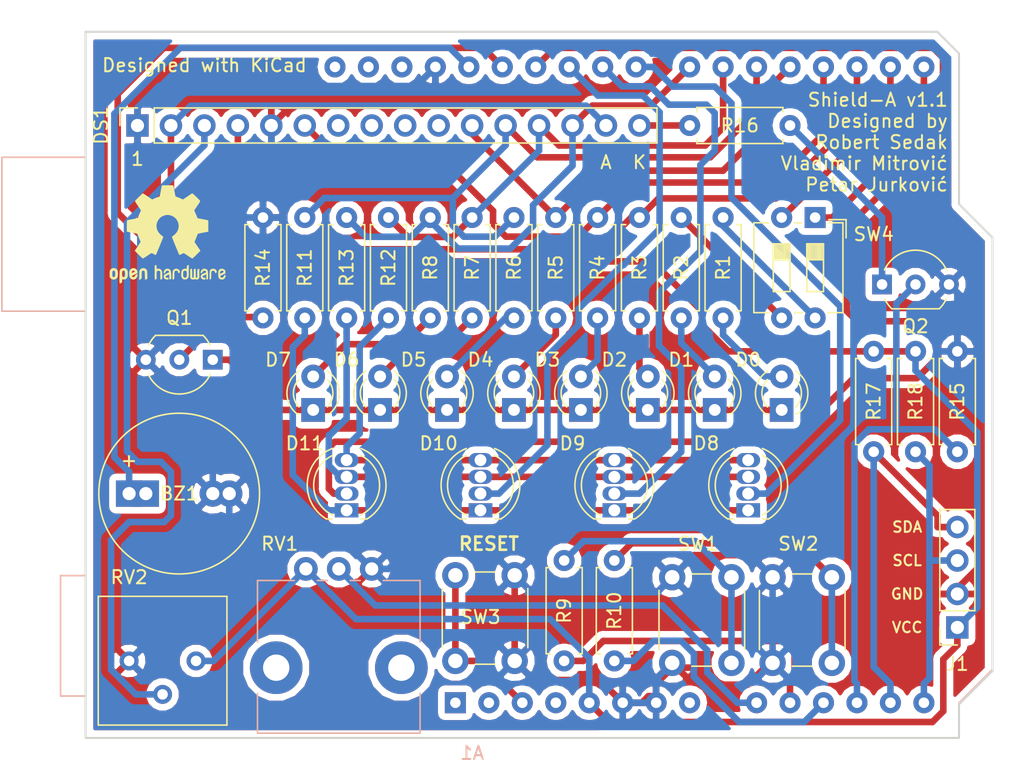
<source format=kicad_pcb>
(kicad_pcb (version 20171130) (host pcbnew 5.0.2-bee76a0~70~ubuntu14.04.1)
  (title_block (title Shield-A) (date 2019-04-01) (rev 1.1) (company "Designed by Robert Sedak, Vladimir Mitrović, Petar Jurković") (comment 1 "License: CC-BY-SA 3.0") (comment 4 "Shield for Arduino Uno"))
  (layers (0 F.Cu signal) (31 B.Cu signal) (34 B.Paste user hide) (35 F.Paste user hide) (36 B.SilkS user hide) (37 F.SilkS user) (38 B.Mask user hide) (39 F.Mask user hide) (44 Edge.Cuts user))
  (net 0 "")
  (net 1 GND)
  (net 2 "Net-(D7-Pad2)")
  (net 3 "Net-(D6-Pad2)")
  (net 4 "Net-(D5-Pad2)")
  (net 5 "Net-(D4-Pad2)")
  (net 6 "Net-(D3-Pad2)")
  (net 7 "Net-(D2-Pad2)")
  (net 8 "Net-(R2-Pad1)")
  (net 9 "Net-(R1-Pad1)")
  (net 10 "Net-(D1-Pad2)")
  (net 11 D9)
  (net 12 +5V)
  (net 13 "Net-(A1-Pad9)")
  (net 14 "Net-(A1-Pad1)")
  (net 15 "Net-(A1-Pad2)")
  (net 16 "Net-(A1-Pad3)")
  (net 17 "Net-(A1-Pad4)")
  (net 18 "Net-(A1-Pad8)")
  (net 19 "Net-(A1-Pad12)")
  (net 20 "Net-(A1-Pad28)")
  (net 21 "Net-(A1-Pad30)")
  (net 22 SDA)
  (net 23 "Net-(D10-Pad4)")
  (net 24 "Net-(D10-Pad3)")
  (net 25 D2)
  (net 26 D11)
  (net 27 "Net-(D10-Pad1)")
  (net 28 D7)
  (net 29 D6)
  (net 30 D5)
  (net 31 D4)
  (net 32 "Net-(A1-Pad32)")
  (net 33 "Net-(A1-Pad31)")
  (net 34 "Net-(A1-Pad15)")
  (net 35 "Net-(A1-Pad16)")
  (net 36 A2)
  (net 37 "Net-(A1-Pad27)")
  (net 38 D3)
  (net 39 "Net-(DS1-Pad3)")
  (net 40 D8)
  (net 41 D10)
  (net 42 A1)
  (net 43 "Net-(DS1-Pad7)")
  (net 44 "Net-(DS1-Pad8)")
  (net 45 "Net-(DS1-Pad9)")
  (net 46 "Net-(DS1-Pad10)")
  (net 47 SCL)
  (net 48 "Net-(A1-Pad11)")
  (net 49 "Net-(A1-Pad10)")
  (net 50 "Net-(DS1-Pad16)")
  (net 51 "Net-(Q2-Pad1)")
  (net 52 "Net-(D0-Pad2)")
  (net 53 "Net-(D0-Pad1)")
  (module Connector_PinSocket_2.54mm:PinSocket_1x16_P2.54mm_Vertical (layer F.Cu) (at 111.76 70.485 90)
    (fp_text reference DS1 (at 0 -2.77 90) (layer F.SilkS))
    (fp_text value WC1602A)
    (pad 1 thru_hole rect (at 0 0 90) (size 1.7 1.7) (drill 1) (layers *.Cu *.Mask) (net 1 GND))
    (pad 2 thru_hole oval (at 0 2.54 90) (size 1.7 1.7) (drill 1) (layers *.Cu *.Mask) (net 12 +5V))
    (pad 3 thru_hole oval (at 0 5.08 90) (size 1.7 1.7) (drill 1) (layers *.Cu *.Mask) (net 39 "Net-(DS1-Pad3)"))
    (pad 4 thru_hole oval (at 0 7.62 90) (size 1.7 1.7) (drill 1) (layers *.Cu *.Mask) (net 25 D2))
    (pad 5 thru_hole oval (at 0 10.16 90) (size 1.7 1.7) (drill 1) (layers *.Cu *.Mask) (net 1 GND))
    (pad 6 thru_hole oval (at 0 12.7 90) (size 1.7 1.7) (drill 1) (layers *.Cu *.Mask) (net 38 D3))
    (pad 7 thru_hole oval (at 0 15.24 90) (size 1.7 1.7) (drill 1) (layers *.Cu *.Mask) (net 43 "Net-(DS1-Pad7)"))
    (pad 8 thru_hole oval (at 0 17.78 90) (size 1.7 1.7) (drill 1) (layers *.Cu *.Mask) (net 44 "Net-(DS1-Pad8)"))
    (pad 9 thru_hole oval (at 0 20.32 90) (size 1.7 1.7) (drill 1) (layers *.Cu *.Mask) (net 45 "Net-(DS1-Pad9)"))
    (pad 10 thru_hole oval (at 0 22.86 90) (size 1.7 1.7) (drill 1) (layers *.Cu *.Mask) (net 46 "Net-(DS1-Pad10)"))
    (pad 11 thru_hole oval (at 0 25.4 90) (size 1.7 1.7) (drill 1) (layers *.Cu *.Mask) (net 31 D4))
    (pad 12 thru_hole oval (at 0 27.94 90) (size 1.7 1.7) (drill 1) (layers *.Cu *.Mask) (net 30 D5))
    (pad 13 thru_hole oval (at 0 30.48 90) (size 1.7 1.7) (drill 1) (layers *.Cu *.Mask) (net 29 D6))
    (pad 14 thru_hole oval (at 0 33.02 90) (size 1.7 1.7) (drill 1) (layers *.Cu *.Mask) (net 28 D7))
    (pad 15 thru_hole oval (at 0 35.56 90) (size 1.7 1.7) (drill 1) (layers *.Cu *.Mask) (net 12 +5V))
    (pad 16 thru_hole oval (at 0 38.1 90) (size 1.7 1.7) (drill 1) (layers *.Cu *.Mask) (net 50 "Net-(DS1-Pad16)"))
  )
  (module "Project related:Buzzer_12x9.5RM7.6_5" (layer F.Cu) (at 111.125 98.425)
    (fp_text reference BZ1 (at 3.81 0 180) (layer F.SilkS))
    (fp_text value Buzzer)
    (fp_text user + (at -0.01 -2.54) (layer F.SilkS))
    (pad 1 thru_hole rect (at 0 0) (size 2 2) (drill 1) (layers *.Cu *.Mask) (net 20 "Net-(A1-Pad28)"))
    (pad 2 thru_hole circle (at 7.6 0) (size 2 2) (drill 1) (layers *.Cu *.Mask) (net 1 GND))
    (pad 1 thru_hole rect (at 1.27 0) (size 2 2) (drill 1) (layers *.Cu *.Mask) (net 20 "Net-(A1-Pad28)"))
    (pad 2 thru_hole circle (at 6.35 0) (size 2 2) (drill 1) (layers *.Cu *.Mask) (net 1 GND))
  )
  (module Module:Arduino_UNO_R3 (layer B.Cu) (at 135.89 114.3)
    (fp_text reference A1 (at 1.27 3.81 -180) (layer B.SilkS) (effects (justify mirror)))
    (fp_text value Arduino_UNO_R3)
    (pad 32 thru_hole oval (at -9.14 -48.26 270) (size 1.6 1.6) (drill 0.8) (layers *.Cu *.Mask) (net 32 "Net-(A1-Pad32)"))
    (pad 31 thru_hole oval (at -6.6 -48.26 270) (size 1.6 1.6) (drill 0.8) (layers *.Cu *.Mask) (net 33 "Net-(A1-Pad31)"))
    (pad 1 thru_hole rect (at 0 0 270) (size 1.6 1.6) (drill 0.8) (layers *.Cu *.Mask) (net 14 "Net-(A1-Pad1)"))
    (pad 17 thru_hole oval (at 30.48 -48.26 270) (size 1.6 1.6) (drill 0.8) (layers *.Cu *.Mask) (net 25 D2))
    (pad 2 thru_hole oval (at 2.54 0 270) (size 1.6 1.6) (drill 0.8) (layers *.Cu *.Mask) (net 15 "Net-(A1-Pad2)"))
    (pad 18 thru_hole oval (at 27.94 -48.26 270) (size 1.6 1.6) (drill 0.8) (layers *.Cu *.Mask) (net 38 D3))
    (pad 3 thru_hole oval (at 5.08 0 270) (size 1.6 1.6) (drill 0.8) (layers *.Cu *.Mask) (net 16 "Net-(A1-Pad3)"))
    (pad 19 thru_hole oval (at 25.4 -48.26 270) (size 1.6 1.6) (drill 0.8) (layers *.Cu *.Mask) (net 31 D4))
    (pad 4 thru_hole oval (at 7.62 0 270) (size 1.6 1.6) (drill 0.8) (layers *.Cu *.Mask) (net 17 "Net-(A1-Pad4)"))
    (pad 20 thru_hole oval (at 22.86 -48.26 270) (size 1.6 1.6) (drill 0.8) (layers *.Cu *.Mask) (net 30 D5))
    (pad 5 thru_hole oval (at 10.16 0 270) (size 1.6 1.6) (drill 0.8) (layers *.Cu *.Mask) (net 12 +5V))
    (pad 21 thru_hole oval (at 20.32 -48.26 270) (size 1.6 1.6) (drill 0.8) (layers *.Cu *.Mask) (net 29 D6))
    (pad 6 thru_hole oval (at 12.7 0 270) (size 1.6 1.6) (drill 0.8) (layers *.Cu *.Mask) (net 1 GND))
    (pad 22 thru_hole oval (at 17.78 -48.26 270) (size 1.6 1.6) (drill 0.8) (layers *.Cu *.Mask) (net 28 D7))
    (pad 7 thru_hole oval (at 15.24 0 270) (size 1.6 1.6) (drill 0.8) (layers *.Cu *.Mask) (net 1 GND))
    (pad 23 thru_hole oval (at 13.72 -48.26 270) (size 1.6 1.6) (drill 0.8) (layers *.Cu *.Mask) (net 40 D8))
    (pad 8 thru_hole oval (at 17.78 0 270) (size 1.6 1.6) (drill 0.8) (layers *.Cu *.Mask) (net 18 "Net-(A1-Pad8)"))
    (pad 24 thru_hole oval (at 11.18 -48.26 270) (size 1.6 1.6) (drill 0.8) (layers *.Cu *.Mask) (net 11 D9))
    (pad 9 thru_hole oval (at 22.86 0 270) (size 1.6 1.6) (drill 0.8) (layers *.Cu *.Mask) (net 13 "Net-(A1-Pad9)"))
    (pad 25 thru_hole oval (at 8.64 -48.26 270) (size 1.6 1.6) (drill 0.8) (layers *.Cu *.Mask) (net 41 D10))
    (pad 10 thru_hole oval (at 25.4 0 270) (size 1.6 1.6) (drill 0.8) (layers *.Cu *.Mask) (net 49 "Net-(A1-Pad10)"))
    (pad 26 thru_hole oval (at 6.1 -48.26 270) (size 1.6 1.6) (drill 0.8) (layers *.Cu *.Mask) (net 26 D11))
    (pad 11 thru_hole oval (at 27.94 0 270) (size 1.6 1.6) (drill 0.8) (layers *.Cu *.Mask) (net 48 "Net-(A1-Pad11)"))
    (pad 27 thru_hole oval (at 3.56 -48.26 270) (size 1.6 1.6) (drill 0.8) (layers *.Cu *.Mask) (net 37 "Net-(A1-Pad27)"))
    (pad 12 thru_hole oval (at 30.48 0 270) (size 1.6 1.6) (drill 0.8) (layers *.Cu *.Mask) (net 19 "Net-(A1-Pad12)"))
    (pad 28 thru_hole oval (at 1.02 -48.26 270) (size 1.6 1.6) (drill 0.8) (layers *.Cu *.Mask) (net 20 "Net-(A1-Pad28)"))
    (pad 13 thru_hole oval (at 33.02 0 270) (size 1.6 1.6) (drill 0.8) (layers *.Cu *.Mask) (net 22 SDA))
    (pad 29 thru_hole oval (at -1.52 -48.26 270) (size 1.6 1.6) (drill 0.8) (layers *.Cu *.Mask) (net 1 GND))
    (pad 14 thru_hole oval (at 35.56 0 270) (size 1.6 1.6) (drill 0.8) (layers *.Cu *.Mask) (net 47 SCL))
    (pad 30 thru_hole oval (at -4.06 -48.26 270) (size 1.6 1.6) (drill 0.8) (layers *.Cu *.Mask) (net 21 "Net-(A1-Pad30)"))
    (pad 15 thru_hole oval (at 35.56 -48.26 270) (size 1.6 1.6) (drill 0.8) (layers *.Cu *.Mask) (net 34 "Net-(A1-Pad15)"))
    (pad 16 thru_hole oval (at 33.02 -48.26 270) (size 1.6 1.6) (drill 0.8) (layers *.Cu *.Mask) (net 35 "Net-(A1-Pad16)"))
  )
  (module Button_Switch_THT:SW_PUSH_6mm (layer F.Cu) (at 156.845 104.775 270)
    (fp_text reference SW1 (at -2.54 2.54) (layer F.SilkS))
    (fp_text value SW_Push)
    (pad 2 thru_hole circle (at 0 4.5) (size 2 2) (drill 1.1) (layers *.Cu *.Mask) (net 1 GND))
    (pad 1 thru_hole circle (at 0 0) (size 2 2) (drill 1.1) (layers *.Cu *.Mask) (net 42 A1))
    (pad 2 thru_hole circle (at 6.5 4.5) (size 2 2) (drill 1.1) (layers *.Cu *.Mask) (net 1 GND))
    (pad 1 thru_hole circle (at 6.5 0) (size 2 2) (drill 1.1) (layers *.Cu *.Mask) (net 42 A1))
  )
  (module Potentiometer_THT:Potentiometer_Bourns_3386P_Vertical (layer F.Cu) (at 111.125 111.125 270)
    (fp_text reference RV2 (at -6.35 0) (layer F.SilkS))
    (fp_text value 10k)
    (pad 3 thru_hole circle (at 0 -5.08 270) (size 1.44 1.44) (drill 0.8) (layers *.Cu *.Mask) (net 12 +5V))
    (pad 2 thru_hole circle (at 2.54 -2.54 270) (size 1.44 1.44) (drill 0.8) (layers *.Cu *.Mask) (net 39 "Net-(DS1-Pad3)"))
    (pad 1 thru_hole circle (at 0 0 270) (size 1.44 1.44) (drill 0.8) (layers *.Cu *.Mask) (net 1 GND))
  )
  (module Potentiometer_THT:Potentiometer_Alps_RK09L_Single_Vertical (layer B.Cu) (at 129.54 104.14 270)
    (fp_text reference RV1 (at -1.905 6.985) (layer F.SilkS))
    (fp_text value 10k)
    (pad 3 thru_hole circle (at 0 5 270) (size 1.8 1.8) (drill 1) (layers *.Cu *.Mask) (net 12 +5V))
    (pad 2 thru_hole circle (at 0 2.5 270) (size 1.8 1.8) (drill 1) (layers *.Cu *.Mask) (net 13 "Net-(A1-Pad9)"))
    (pad 1 thru_hole circle (at 0 0 270) (size 1.8 1.8) (drill 1) (layers *.Cu *.Mask) (net 1 GND))
    (pad "" np_thru_hole circle (at 7.5 7.25 270) (size 4 4) (drill 2) (layers *.Cu *.Mask))
    (pad "" np_thru_hole circle (at 7.5 -2.25 270) (size 4 4) (drill 2) (layers *.Cu *.Mask))
  )
  (module Resistor_THT:R_Axial_DIN0207_L6.3mm_D2.5mm_P7.62mm_Horizontal (layer F.Cu) (at 146.685 77.47 270)
    (fp_text reference R4 (at 3.81 0 270) (layer F.SilkS))
    (fp_text value 1.5K)
    (pad 2 thru_hole oval (at 7.62 0 270) (size 1.6 1.6) (drill 0.8) (layers *.Cu *.Mask) (net 6 "Net-(D3-Pad2)"))
    (pad 1 thru_hole circle (at 0 0 270) (size 1.6 1.6) (drill 0.8) (layers *.Cu *.Mask) (net 38 D3))
  )
  (module Resistor_THT:R_Axial_DIN0207_L6.3mm_D2.5mm_P7.62mm_Horizontal (layer F.Cu) (at 127.635 77.47 270)
    (fp_text reference R13 (at 3.81 0 270) (layer F.SilkS))
    (fp_text value 470)
    (pad 2 thru_hole oval (at 7.62 0 270) (size 1.6 1.6) (drill 0.8) (layers *.Cu *.Mask) (net 24 "Net-(D10-Pad3)"))
    (pad 1 thru_hole circle (at 0 0 270) (size 1.6 1.6) (drill 0.8) (layers *.Cu *.Mask) (net 28 D7))
  )
  (module LED_THT:LED_D3.0mm (layer F.Cu) (at 155.575 92.075 90)
    (fp_text reference D1 (at 3.81 -2.54) (layer F.SilkS))
    (fp_text value 3mm)
    (pad 1 thru_hole rect (at 0 0 90) (size 1.8 1.8) (drill 0.9) (layers *.Cu *.Mask) (net 53 "Net-(D0-Pad1)"))
    (pad 2 thru_hole circle (at 2.54 0 90) (size 1.8 1.8) (drill 0.9) (layers *.Cu *.Mask) (net 10 "Net-(D1-Pad2)"))
  )
  (module Resistor_THT:R_Axial_DIN0207_L6.3mm_D2.5mm_P7.62mm_Horizontal (layer F.Cu) (at 147.955 103.505 270)
    (fp_text reference R10 (at 3.81 0 270) (layer F.SilkS))
    (fp_text value 100R)
    (pad 2 thru_hole oval (at 7.62 0 270) (size 1.6 1.6) (drill 0.8) (layers *.Cu *.Mask) (net 48 "Net-(A1-Pad11)"))
    (pad 1 thru_hole circle (at 0 0 270) (size 1.6 1.6) (drill 0.8) (layers *.Cu *.Mask) (net 36 A2))
  )
  (module Resistor_THT:R_Axial_DIN0207_L6.3mm_D2.5mm_P7.62mm_Horizontal (layer F.Cu) (at 130.81 77.47 270)
    (fp_text reference R12 (at 3.81 0 270) (layer F.SilkS))
    (fp_text value 470)
    (pad 1 thru_hole circle (at 0 0 270) (size 1.6 1.6) (drill 0.8) (layers *.Cu *.Mask) (net 29 D6))
    (pad 2 thru_hole oval (at 7.62 0 270) (size 1.6 1.6) (drill 0.8) (layers *.Cu *.Mask) (net 23 "Net-(D10-Pad4)"))
  )
  (module Package_TO_SOT_THT:TO-92_Inline_Wide (layer F.Cu) (at 117.475 88.265 180)
    (fp_text reference Q1 (at 2.54 3.175 180) (layer F.SilkS))
    (fp_text value BS170)
    (pad 2 thru_hole circle (at 2.54 0 270) (size 1.5 1.5) (drill 0.8) (layers *.Cu *.Mask) (net 37 "Net-(A1-Pad27)"))
    (pad 3 thru_hole circle (at 5.08 0 270) (size 1.5 1.5) (drill 0.8) (layers *.Cu *.Mask) (net 1 GND))
    (pad 1 thru_hole rect (at 0 0 270) (size 1.5 1.5) (drill 0.8) (layers *.Cu *.Mask) (net 53 "Net-(D0-Pad1)"))
  )
  (module Resistor_THT:R_Axial_DIN0207_L6.3mm_D2.5mm_P7.62mm_Horizontal (layer F.Cu) (at 156.21 77.47 270)
    (fp_text reference R1 (at 3.81 0 270) (layer F.SilkS))
    (fp_text value 1.5K)
    (pad 1 thru_hole circle (at 0 0 270) (size 1.6 1.6) (drill 0.8) (layers *.Cu *.Mask) (net 9 "Net-(R1-Pad1)"))
    (pad 2 thru_hole oval (at 7.62 0 270) (size 1.6 1.6) (drill 0.8) (layers *.Cu *.Mask) (net 52 "Net-(D0-Pad2)"))
  )
  (module LED_THT:LED_D3.0mm (layer F.Cu) (at 140.335 92.075 90)
    (fp_text reference D4 (at 3.81 -2.54) (layer F.SilkS))
    (fp_text value 3mm)
    (pad 2 thru_hole circle (at 2.54 0 90) (size 1.8 1.8) (drill 0.9) (layers *.Cu *.Mask) (net 5 "Net-(D4-Pad2)"))
    (pad 1 thru_hole rect (at 0 0 90) (size 1.8 1.8) (drill 0.9) (layers *.Cu *.Mask) (net 53 "Net-(D0-Pad1)"))
  )
  (module LED_THT:LED_D3.0mm (layer F.Cu) (at 160.655 92.075 90)
    (fp_text reference D0 (at 3.81 -2.54) (layer F.SilkS))
    (fp_text value 3mm)
    (pad 2 thru_hole circle (at 2.54 0 90) (size 1.8 1.8) (drill 0.9) (layers *.Cu *.Mask) (net 52 "Net-(D0-Pad2)"))
    (pad 1 thru_hole rect (at 0 0 90) (size 1.8 1.8) (drill 0.9) (layers *.Cu *.Mask) (net 53 "Net-(D0-Pad1)"))
  )
  (module Resistor_THT:R_Axial_DIN0207_L6.3mm_D2.5mm_P7.62mm_Horizontal (layer F.Cu) (at 149.86 77.47 270)
    (fp_text reference R3 (at 3.81 0 270) (layer F.SilkS))
    (fp_text value 1.5K)
    (pad 1 thru_hole circle (at 0 0 270) (size 1.6 1.6) (drill 0.8) (layers *.Cu *.Mask) (net 25 D2))
    (pad 2 thru_hole oval (at 7.62 0 270) (size 1.6 1.6) (drill 0.8) (layers *.Cu *.Mask) (net 7 "Net-(D2-Pad2)"))
  )
  (module LED_THT:LED_D3.0mm (layer F.Cu) (at 135.255 92.075 90)
    (fp_text reference D5 (at 3.81 -2.54) (layer F.SilkS))
    (fp_text value 3mm)
    (pad 1 thru_hole rect (at 0 0 90) (size 1.8 1.8) (drill 0.9) (layers *.Cu *.Mask) (net 53 "Net-(D0-Pad1)"))
    (pad 2 thru_hole circle (at 2.54 0 90) (size 1.8 1.8) (drill 0.9) (layers *.Cu *.Mask) (net 4 "Net-(D5-Pad2)"))
  )
  (module LED_THT:LED_D3.0mm (layer F.Cu) (at 145.415 92.075 90)
    (fp_text reference D3 (at 3.81 -2.54) (layer F.SilkS))
    (fp_text value 3mm)
    (pad 1 thru_hole rect (at 0 0 90) (size 1.8 1.8) (drill 0.9) (layers *.Cu *.Mask) (net 53 "Net-(D0-Pad1)"))
    (pad 2 thru_hole circle (at 2.54 0 90) (size 1.8 1.8) (drill 0.9) (layers *.Cu *.Mask) (net 6 "Net-(D3-Pad2)"))
  )
  (module LED_THT:LED_D3.0mm (layer F.Cu) (at 125.095 92.075 90)
    (fp_text reference D7 (at 3.81 -2.667) (layer F.SilkS))
    (fp_text value 3mm)
    (pad 1 thru_hole rect (at 0 0 90) (size 1.8 1.8) (drill 0.9) (layers *.Cu *.Mask) (net 53 "Net-(D0-Pad1)"))
    (pad 2 thru_hole circle (at 2.54 0 90) (size 1.8 1.8) (drill 0.9) (layers *.Cu *.Mask) (net 2 "Net-(D7-Pad2)"))
  )
  (module LED_THT:LED_D3.0mm (layer F.Cu) (at 130.175 92.075 90)
    (fp_text reference D6 (at 3.81 -2.54) (layer F.SilkS))
    (fp_text value 3mm)
    (pad 2 thru_hole circle (at 2.54 0 90) (size 1.8 1.8) (drill 0.9) (layers *.Cu *.Mask) (net 3 "Net-(D6-Pad2)"))
    (pad 1 thru_hole rect (at 0 0 90) (size 1.8 1.8) (drill 0.9) (layers *.Cu *.Mask) (net 53 "Net-(D0-Pad1)"))
  )
  (module Resistor_THT:R_Axial_DIN0207_L6.3mm_D2.5mm_P7.62mm_Horizontal (layer F.Cu) (at 153.035 77.47 270)
    (fp_text reference R2 (at 3.81 0 270) (layer F.SilkS))
    (fp_text value 1.5K)
    (pad 2 thru_hole oval (at 7.62 0 270) (size 1.6 1.6) (drill 0.8) (layers *.Cu *.Mask) (net 10 "Net-(D1-Pad2)"))
    (pad 1 thru_hole circle (at 0 0 270) (size 1.6 1.6) (drill 0.8) (layers *.Cu *.Mask) (net 8 "Net-(R2-Pad1)"))
  )
  (module LED_THT:LED_D3.0mm (layer F.Cu) (at 150.495 92.075 90)
    (fp_text reference D2 (at 3.81 -2.54) (layer F.SilkS))
    (fp_text value 3mm)
    (pad 2 thru_hole circle (at 2.54 0 90) (size 1.8 1.8) (drill 0.9) (layers *.Cu *.Mask) (net 7 "Net-(D2-Pad2)"))
    (pad 1 thru_hole rect (at 0 0 90) (size 1.8 1.8) (drill 0.9) (layers *.Cu *.Mask) (net 53 "Net-(D0-Pad1)"))
  )
  (module Resistor_THT:R_Axial_DIN0207_L6.3mm_D2.5mm_P7.62mm_Horizontal (layer F.Cu) (at 137.16 77.47 270)
    (fp_text reference R7 (at 3.81 0 270) (layer F.SilkS))
    (fp_text value 1.5K)
    (pad 1 thru_hole circle (at 0 0 270) (size 1.6 1.6) (drill 0.8) (layers *.Cu *.Mask) (net 29 D6))
    (pad 2 thru_hole oval (at 7.62 0 270) (size 1.6 1.6) (drill 0.8) (layers *.Cu *.Mask) (net 3 "Net-(D6-Pad2)"))
  )
  (module Resistor_THT:R_Axial_DIN0207_L6.3mm_D2.5mm_P7.62mm_Horizontal (layer F.Cu) (at 140.335 77.47 270)
    (fp_text reference R6 (at 3.81 0 270) (layer F.SilkS))
    (fp_text value 1.5K)
    (pad 2 thru_hole oval (at 7.62 0 270) (size 1.6 1.6) (drill 0.8) (layers *.Cu *.Mask) (net 4 "Net-(D5-Pad2)"))
    (pad 1 thru_hole circle (at 0 0 270) (size 1.6 1.6) (drill 0.8) (layers *.Cu *.Mask) (net 30 D5))
  )
  (module Connector_PinSocket_2.54mm:PinSocket_1x04_P2.54mm_Vertical (layer F.Cu) (at 173.99 108.585 180)
    (fp_text reference J1 (at 0 -2.77 180) (layer F.SilkS))
    (fp_text value Conn_01x04_Male)
    (pad 1 thru_hole rect (at 0 0 180) (size 1.7 1.7) (drill 1) (layers *.Cu *.Mask) (net 12 +5V))
    (pad 2 thru_hole oval (at 0 2.54 180) (size 1.7 1.7) (drill 1) (layers *.Cu *.Mask) (net 1 GND))
    (pad 3 thru_hole oval (at 0 5.08 180) (size 1.7 1.7) (drill 1) (layers *.Cu *.Mask) (net 47 SCL))
    (pad 4 thru_hole oval (at 0 7.62 180) (size 1.7 1.7) (drill 1) (layers *.Cu *.Mask) (net 22 SDA))
  )
  (module Package_TO_SOT_THT:TO-92_Inline_Wide (layer F.Cu) (at 168.275 82.55)
    (fp_text reference Q2 (at 2.54 3.175) (layer F.SilkS))
    (fp_text value BS170)
    (pad 2 thru_hole circle (at 2.54 0 90) (size 1.5 1.5) (drill 0.8) (layers *.Cu *.Mask) (net 19 "Net-(A1-Pad12)"))
    (pad 3 thru_hole circle (at 5.08 0 90) (size 1.5 1.5) (drill 0.8) (layers *.Cu *.Mask) (net 1 GND))
    (pad 1 thru_hole rect (at 0 0 90) (size 1.5 1.5) (drill 0.8) (layers *.Cu *.Mask) (net 51 "Net-(Q2-Pad1)"))
  )
  (module Button_Switch_THT:SW_PUSH_6mm (layer F.Cu) (at 135.89 111.125 90)
    (fp_text reference SW3 (at 3.325 1.905) (layer F.SilkS))
    (fp_text value SW_Push)
    (pad 2 thru_hole circle (at 0 4.5 180) (size 2 2) (drill 1.1) (layers *.Cu *.Mask) (net 1 GND))
    (pad 1 thru_hole circle (at 0 0 180) (size 2 2) (drill 1.1) (layers *.Cu *.Mask) (net 16 "Net-(A1-Pad3)"))
    (pad 2 thru_hole circle (at 6.5 4.5 180) (size 2 2) (drill 1.1) (layers *.Cu *.Mask) (net 1 GND))
    (pad 1 thru_hole circle (at 6.5 0 180) (size 2 2) (drill 1.1) (layers *.Cu *.Mask) (net 16 "Net-(A1-Pad3)"))
  )
  (module Resistor_THT:R_Axial_DIN0207_L6.3mm_D2.5mm_P7.62mm_Horizontal (layer F.Cu) (at 173.99 95.25 90)
    (fp_text reference R15 (at 3.81 0 90) (layer F.SilkS))
    (fp_text value 10k)
    (pad 2 thru_hole oval (at 7.62 0 90) (size 1.6 1.6) (drill 0.8) (layers *.Cu *.Mask) (net 1 GND))
    (pad 1 thru_hole circle (at 0 0 90) (size 1.6 1.6) (drill 0.8) (layers *.Cu *.Mask) (net 19 "Net-(A1-Pad12)"))
  )
  (module Resistor_THT:R_Axial_DIN0207_L6.3mm_D2.5mm_P7.62mm_Horizontal (layer F.Cu) (at 170.815 95.25 90)
    (fp_text reference R18 (at 3.81 0 90) (layer F.SilkS))
    (fp_text value 10K)
    (pad 1 thru_hole circle (at 0 0 90) (size 1.6 1.6) (drill 0.8) (layers *.Cu *.Mask) (net 47 SCL))
    (pad 2 thru_hole oval (at 7.62 0 90) (size 1.6 1.6) (drill 0.8) (layers *.Cu *.Mask) (net 12 +5V))
  )
  (module Resistor_THT:R_Axial_DIN0207_L6.3mm_D2.5mm_P7.62mm_Horizontal (layer F.Cu) (at 133.985 77.47 270)
    (fp_text reference R8 (at 3.81 0 270) (layer F.SilkS))
    (fp_text value 1.5K)
    (pad 2 thru_hole oval (at 7.62 0 270) (size 1.6 1.6) (drill 0.8) (layers *.Cu *.Mask) (net 2 "Net-(D7-Pad2)"))
    (pad 1 thru_hole circle (at 0 0 270) (size 1.6 1.6) (drill 0.8) (layers *.Cu *.Mask) (net 28 D7))
  )
  (module Resistor_THT:R_Axial_DIN0207_L6.3mm_D2.5mm_P7.62mm_Horizontal (layer F.Cu) (at 167.64 95.25 90)
    (fp_text reference R17 (at 3.81 0 90) (layer F.SilkS))
    (fp_text value 10K)
    (pad 2 thru_hole oval (at 7.62 0 90) (size 1.6 1.6) (drill 0.8) (layers *.Cu *.Mask) (net 12 +5V))
    (pad 1 thru_hole circle (at 0 0 90) (size 1.6 1.6) (drill 0.8) (layers *.Cu *.Mask) (net 22 SDA))
  )
  (module Resistor_THT:R_Axial_DIN0207_L6.3mm_D2.5mm_P7.62mm_Horizontal (layer F.Cu) (at 144.145 103.505 270)
    (fp_text reference R9 (at 3.81 0 270) (layer F.SilkS))
    (fp_text value 100R)
    (pad 1 thru_hole circle (at 0 0 270) (size 1.6 1.6) (drill 0.8) (layers *.Cu *.Mask) (net 42 A1))
    (pad 2 thru_hole oval (at 7.62 0 270) (size 1.6 1.6) (drill 0.8) (layers *.Cu *.Mask) (net 49 "Net-(A1-Pad10)"))
  )
  (module LED_THT:LED_D5.0mm-4_RGB (layer F.Cu) (at 147.955 99.695 90)
    (fp_text reference D9 (at 5.08 -3.175) (layer F.SilkS))
    (fp_text value LED_RCBG)
    (pad 1 thru_hole rect (at 0 0 90) (size 1.07 1.8) (drill 0.9) (layers *.Cu *.Mask) (net 27 "Net-(D10-Pad1)"))
    (pad 2 thru_hole oval (at 1.27 0 90) (size 1.07 1.8) (drill 0.9) (layers *.Cu *.Mask) (net 11 D9))
    (pad 3 thru_hole oval (at 2.54 0 90) (size 1.07 1.8) (drill 0.9) (layers *.Cu *.Mask) (net 24 "Net-(D10-Pad3)"))
    (pad 4 thru_hole oval (at 3.81 0 90) (size 1.07 1.8) (drill 0.9) (layers *.Cu *.Mask) (net 23 "Net-(D10-Pad4)"))
  )
  (module Resistor_THT:R_Axial_DIN0207_L6.3mm_D2.5mm_P7.62mm_Horizontal (layer F.Cu) (at 153.67 70.485)
    (fp_text reference R16 (at 3.81 0) (layer F.SilkS))
    (fp_text value 18R)
    (pad 1 thru_hole circle (at 0 0) (size 1.6 1.6) (drill 0.8) (layers *.Cu *.Mask) (net 50 "Net-(DS1-Pad16)"))
    (pad 2 thru_hole oval (at 7.62 0) (size 1.6 1.6) (drill 0.8) (layers *.Cu *.Mask) (net 51 "Net-(Q2-Pad1)"))
  )
  (module LED_THT:LED_D5.0mm-4_RGB (layer F.Cu) (at 137.795 99.695 90)
    (fp_text reference D10 (at 5.08 -3.175) (layer F.SilkS))
    (fp_text value LED_RCBG)
    (pad 4 thru_hole oval (at 3.81 0 90) (size 1.07 1.8) (drill 0.9) (layers *.Cu *.Mask) (net 23 "Net-(D10-Pad4)"))
    (pad 3 thru_hole oval (at 2.54 0 90) (size 1.07 1.8) (drill 0.9) (layers *.Cu *.Mask) (net 24 "Net-(D10-Pad3)"))
    (pad 2 thru_hole oval (at 1.27 0 90) (size 1.07 1.8) (drill 0.9) (layers *.Cu *.Mask) (net 41 D10))
    (pad 1 thru_hole rect (at 0 0 90) (size 1.07 1.8) (drill 0.9) (layers *.Cu *.Mask) (net 27 "Net-(D10-Pad1)"))
  )
  (module Resistor_THT:R_Axial_DIN0207_L6.3mm_D2.5mm_P7.62mm_Horizontal (layer F.Cu) (at 124.46 77.47 270)
    (fp_text reference R11 (at 3.81 0 270) (layer F.SilkS))
    (fp_text value 470)
    (pad 1 thru_hole circle (at 0 0 270) (size 1.6 1.6) (drill 0.8) (layers *.Cu *.Mask) (net 30 D5))
    (pad 2 thru_hole oval (at 7.62 0 270) (size 1.6 1.6) (drill 0.8) (layers *.Cu *.Mask) (net 27 "Net-(D10-Pad1)"))
  )
  (module Resistor_THT:R_Axial_DIN0207_L6.3mm_D2.5mm_P7.62mm_Horizontal (layer F.Cu) (at 143.51 77.47 270)
    (fp_text reference R5 (at 3.81 0 270) (layer F.SilkS))
    (fp_text value 1.5K)
    (pad 1 thru_hole circle (at 0 0 270) (size 1.6 1.6) (drill 0.8) (layers *.Cu *.Mask) (net 31 D4))
    (pad 2 thru_hole oval (at 7.62 0 270) (size 1.6 1.6) (drill 0.8) (layers *.Cu *.Mask) (net 5 "Net-(D4-Pad2)"))
  )
  (module Resistor_THT:R_Axial_DIN0207_L6.3mm_D2.5mm_P7.62mm_Horizontal (layer F.Cu) (at 121.285 85.09 90)
    (fp_text reference R14 (at 3.81 0 90) (layer F.SilkS))
    (fp_text value 10k)
    (pad 1 thru_hole circle (at 0 0 90) (size 1.6 1.6) (drill 0.8) (layers *.Cu *.Mask) (net 37 "Net-(A1-Pad27)"))
    (pad 2 thru_hole oval (at 7.62 0 90) (size 1.6 1.6) (drill 0.8) (layers *.Cu *.Mask) (net 1 GND))
  )
  (module Button_Switch_THT:SW_DIP_SPSTx02_Slide_6.7x6.64mm_W7.62mm_P2.54mm_LowProfile (layer F.Cu) (at 163.195 77.47 270)
    (fp_text reference SW4 (at 1.27 -4.445 180) (layer F.SilkS))
    (fp_text value SW_DIP_x02)
    (pad 1 thru_hole rect (at 0 0 270) (size 1.6 1.6) (drill 0.8) (layers *.Cu *.Mask) (net 34 "Net-(A1-Pad15)"))
    (pad 3 thru_hole oval (at 7.62 2.54 270) (size 1.6 1.6) (drill 0.8) (layers *.Cu *.Mask) (net 8 "Net-(R2-Pad1)"))
    (pad 2 thru_hole oval (at 0 2.54 270) (size 1.6 1.6) (drill 0.8) (layers *.Cu *.Mask) (net 35 "Net-(A1-Pad16)"))
    (pad 4 thru_hole oval (at 7.62 0 270) (size 1.6 1.6) (drill 0.8) (layers *.Cu *.Mask) (net 9 "Net-(R1-Pad1)"))
  )
  (module LED_THT:LED_D5.0mm-4_RGB (layer F.Cu) (at 158.115 99.695 90)
    (fp_text reference D8 (at 5.08 -3.175) (layer F.SilkS))
    (fp_text value LED_RCBG)
    (pad 4 thru_hole oval (at 3.81 0 90) (size 1.07 1.8) (drill 0.9) (layers *.Cu *.Mask) (net 23 "Net-(D10-Pad4)"))
    (pad 3 thru_hole oval (at 2.54 0 90) (size 1.07 1.8) (drill 0.9) (layers *.Cu *.Mask) (net 24 "Net-(D10-Pad3)"))
    (pad 2 thru_hole oval (at 1.27 0 90) (size 1.07 1.8) (drill 0.9) (layers *.Cu *.Mask) (net 40 D8))
    (pad 1 thru_hole rect (at 0 0 90) (size 1.07 1.8) (drill 0.9) (layers *.Cu *.Mask) (net 27 "Net-(D10-Pad1)"))
  )
  (module LED_THT:LED_D5.0mm-4_RGB (layer F.Cu) (at 127.635 99.695 90)
    (fp_text reference D11 (at 5.08 -3.175) (layer F.SilkS))
    (fp_text value LED_RCBG)
    (pad 1 thru_hole rect (at 0 0 90) (size 1.07 1.8) (drill 0.9) (layers *.Cu *.Mask) (net 27 "Net-(D10-Pad1)"))
    (pad 2 thru_hole oval (at 1.27 0 90) (size 1.07 1.8) (drill 0.9) (layers *.Cu *.Mask) (net 26 D11))
    (pad 3 thru_hole oval (at 2.54 0 90) (size 1.07 1.8) (drill 0.9) (layers *.Cu *.Mask) (net 24 "Net-(D10-Pad3)"))
    (pad 4 thru_hole oval (at 3.81 0 90) (size 1.07 1.8) (drill 0.9) (layers *.Cu *.Mask) (net 23 "Net-(D10-Pad4)"))
  )
  (module Button_Switch_THT:SW_PUSH_6mm (layer F.Cu) (at 164.465 104.775 270)
    (fp_text reference SW2 (at -2.54 2.54 180) (layer F.SilkS))
    (fp_text value SW_Push)
    (pad 1 thru_hole circle (at 6.5 0) (size 2 2) (drill 1.1) (layers *.Cu *.Mask) (net 36 A2))
    (pad 2 thru_hole circle (at 6.5 4.5) (size 2 2) (drill 1.1) (layers *.Cu *.Mask) (net 1 GND))
    (pad 1 thru_hole circle (at 0 0) (size 2 2) (drill 1.1) (layers *.Cu *.Mask) (net 36 A2))
    (pad 2 thru_hole circle (at 0 4.5) (size 2 2) (drill 1.1) (layers *.Cu *.Mask) (net 1 GND))
  )
  (module Symbol:OSHW-Logo2_9.8x8mm_SilkScreen (layer F.Cu) (at 114.046 78.74)
    (fp_text reference REF** hide)
    (fp_text value OSHW-Logo2_9.8x8mm_SilkScreen hide)
  )
  (gr_text A (at 147.32 73.279) (layer F.SilkS) (effects (font (size 1 1))))
  (gr_text K (at 149.86 73.279) (layer F.SilkS) (effects (font (size 1 1))))
  (gr_text 1 (at 111.76 73.025) (layer F.SilkS) (effects (font (size 1 1))))
  (gr_text "Designed with KiCad" (at 116.84 65.913) (layer F.SilkS) (effects (font (size 1 1))))
  (gr_line (start 107.823 63.373) (end 107.823 116.967) (layer Edge.Cuts) (width 0.15))
  (gr_line (start 172.466 63.373) (end 107.823 63.373) (layer Edge.Cuts) (width 0.15))
  (gr_line (start 174.117 65.024) (end 172.466 63.373) (layer Edge.Cuts) (width 0.15))
  (gr_line (start 174.117 76.454) (end 174.117 65.024) (layer Edge.Cuts) (width 0.15))
  (gr_line (start 176.657 78.994) (end 174.117 76.454) (layer Edge.Cuts) (width 0.15))
  (gr_line (start 176.657 111.887) (end 176.657 78.994) (layer Edge.Cuts) (width 0.15))
  (gr_line (start 174.117 114.427) (end 176.657 111.887) (layer Edge.Cuts) (width 0.15))
  (gr_line (start 174.117 116.967) (end 174.117 114.427) (layer Edge.Cuts) (width 0.15))
  (gr_line (start 107.823 116.967) (end 174.117 116.967) (layer Edge.Cuts) (width 0.15))
  (gr_text RESET (at 138.43 102.235) (layer F.SilkS) (effects (font (size 1 1) (thickness 0.2))))
  (gr_text VCC (at 170.18 108.585) (layer F.SilkS) (effects (font (size 0.8 0.8))))
  (gr_text GND (at 170.18 106.045) (layer F.SilkS) (effects (font (size 0.8 0.8))))
  (gr_text SCL (at 170.18 103.505) (layer F.SilkS) (effects (font (size 0.8 0.8))))
  (gr_text SDA (at 170.18 100.965) (layer F.SilkS) (effects (font (size 0.8 0.8))))
  (gr_text "Shield-A v1.1\nDesigned by\nRobert Sedak\nVladimir Mitrović\nPetar Jurković" (at 173.355 71.755) (layer F.SilkS) (effects (font (size 1 1)) (justify right)))
  (segment (start 173.99 87.63) (end 173.99 89.0803) (width 0.5) (layer F.Cu) (net 1))
  (segment (start 173.465 106.045) (end 173.5719 106.045) (width 0.5) (layer F.Cu) (net 1))
  (segment (start 173.5719 106.045) (end 175.509 104.1079) (width 0.5) (layer F.Cu) (net 1))
  (segment (start 175.509 104.1079) (end 175.509 90.5993) (width 0.5) (layer F.Cu) (net 1))
  (segment (start 175.509 90.5993) (end 173.99 89.0803) (width 0.5) (layer F.Cu) (net 1))
  (segment (start 173.465 106.045) (end 172.4897 106.045) (width 0.5) (layer F.Cu) (net 1))
  (segment (start 173.99 106.045) (end 173.465 106.045) (width 0.5) (layer F.Cu) (net 1))
  (segment (start 159.965 104.775) (end 161.6248 106.4348) (width 0.5) (layer F.Cu) (net 1))
  (segment (start 161.6248 106.4348) (end 172.0999 106.4348) (width 0.5) (layer F.Cu) (net 1))
  (segment (start 172.0999 106.4348) (end 172.4897 106.045) (width 0.5) (layer F.Cu) (net 1))
  (segment (start 152.345 104.775) (end 154.025 103.095) (width 0.5) (layer F.Cu) (net 1))
  (segment (start 154.025 103.095) (end 158.285 103.095) (width 0.5) (layer F.Cu) (net 1))
  (segment (start 158.285 103.095) (end 159.965 104.775) (width 0.5) (layer F.Cu) (net 1))
  (segment (start 148.59 114.3) (end 150.0403 114.3) (width 0.5) (layer F.Cu) (net 1))
  (segment (start 151.13 113.7999) (end 150.5404 113.7999) (width 0.5) (layer F.Cu) (net 1))
  (segment (start 150.5404 113.7999) (end 150.0403 114.3) (width 0.5) (layer F.Cu) (net 1))
  (segment (start 151.13 113.7999) (end 151.13 112.8497) (width 0.5) (layer F.Cu) (net 1))
  (segment (start 151.13 114.3) (end 151.13 113.7999) (width 0.5) (layer F.Cu) (net 1))
  (segment (start 112.395 88.265) (end 121.285 79.375) (width 0.5) (layer B.Cu) (net 1))
  (segment (start 121.285 79.375) (end 121.285 78.9203) (width 0.5) (layer B.Cu) (net 1))
  (segment (start 117.475 98.425) (end 117.475 93.345) (width 0.5) (layer B.Cu) (net 1))
  (segment (start 117.475 93.345) (end 112.395 88.265) (width 0.5) (layer B.Cu) (net 1))
  (segment (start 121.285 77.47) (end 121.285 78.9203) (width 0.5) (layer B.Cu) (net 1))
  (segment (start 152.345 111.6347) (end 151.13 112.8497) (width 0.5) (layer F.Cu) (net 1))
  (segment (start 152.345 111.275) (end 152.345 111.6347) (width 0.5) (layer F.Cu) (net 1))
  (segment (start 159.965 111.275) (end 159.7238 111.275) (width 0.5) (layer F.Cu) (net 1))
  (segment (start 159.7238 111.275) (end 158.0683 112.9305) (width 0.5) (layer F.Cu) (net 1))
  (segment (start 158.0683 112.9305) (end 155.2755 112.9305) (width 0.5) (layer F.Cu) (net 1))
  (segment (start 155.2755 112.9305) (end 153.9797 111.6347) (width 0.5) (layer F.Cu) (net 1))
  (segment (start 153.9797 111.6347) (end 152.345 111.6347) (width 0.5) (layer F.Cu) (net 1))
  (segment (start 118.725 98.425) (end 121.1976 100.8976) (width 0.5) (layer B.Cu) (net 1))
  (segment (start 121.1976 100.8976) (end 121.1976 102.5695) (width 0.5) (layer B.Cu) (net 1))
  (segment (start 129.54 104.14) (end 127.9695 102.5695) (width 0.5) (layer B.Cu) (net 1))
  (segment (start 127.9695 102.5695) (end 121.1976 102.5695) (width 0.5) (layer B.Cu) (net 1))
  (segment (start 140.39 104.625) (end 140.39 111.125) (width 0.5) (layer F.Cu) (net 1))
  (segment (start 117.475 98.425) (end 118.725 98.425) (width 0.5) (layer F.Cu) (net 1))
  (segment (start 140.39 111.125) (end 141.8404 112.5754) (width 0.5) (layer F.Cu) (net 1))
  (segment (start 141.8404 112.5754) (end 146.8654 112.5754) (width 0.5) (layer F.Cu) (net 1))
  (segment (start 146.8654 112.5754) (end 148.59 114.3) (width 0.5) (layer F.Cu) (net 1))
  (segment (start 121.285 77.47) (end 121.285 76.0197) (width 0.5) (layer B.Cu) (net 1))
  (segment (start 121.285 76.0197) (end 121.92 75.3847) (width 0.5) (layer B.Cu) (net 1))
  (segment (start 121.92 75.3847) (end 121.92 70.485) (width 0.5) (layer B.Cu) (net 1))
  (segment (start 159.965 104.775) (end 159.965 111.275) (width 0.5) (layer B.Cu) (net 1))
  (segment (start 133.570001 66.839999) (end 134.37 66.04) (width 0.5) (layer B.Cu) (net 1))
  (segment (start 132.919999 67.490001) (end 133.570001 66.839999) (width 0.5) (layer B.Cu) (net 1))
  (segment (start 111.76 69.135) (end 113.404999 67.490001) (width 0.5) (layer B.Cu) (net 1))
  (segment (start 111.76 70.485) (end 111.76 69.135) (width 0.5) (layer B.Cu) (net 1))
  (segment (start 121.92 67.490001) (end 132.919999 67.490001) (width 0.5) (layer B.Cu) (net 1))
  (segment (start 113.404999 67.490001) (end 121.92 67.490001) (width 0.5) (layer B.Cu) (net 1))
  (segment (start 173.99 83.185) (end 173.355 82.55) (width 0.5) (layer B.Cu) (net 1))
  (segment (start 173.99 87.63) (end 173.99 83.185) (width 0.5) (layer B.Cu) (net 1))
  (segment (start 133.570001 66.839999) (end 134.37 66.04) (width 0.5) (layer F.Cu) (net 1))
  (segment (start 131.425001 68.984999) (end 133.570001 66.839999) (width 0.5) (layer F.Cu) (net 1))
  (segment (start 123.420001 68.984999) (end 131.425001 68.984999) (width 0.5) (layer F.Cu) (net 1))
  (segment (start 121.92 70.485) (end 123.420001 68.984999) (width 0.5) (layer F.Cu) (net 1))
  (segment (start 139.390001 103.625001) (end 140.39 104.625) (width 0.5) (layer B.Cu) (net 1))
  (segment (start 138.739999 102.974999) (end 139.390001 103.625001) (width 0.5) (layer B.Cu) (net 1))
  (segment (start 130.812792 104.14) (end 131.977793 102.974999) (width 0.5) (layer B.Cu) (net 1))
  (segment (start 131.977793 102.974999) (end 138.739999 102.974999) (width 0.5) (layer B.Cu) (net 1))
  (segment (start 129.54 104.14) (end 130.812792 104.14) (width 0.5) (layer B.Cu) (net 1))
  (segment (start 118.725 103.525) (end 111.125 111.125) (width 0.5) (layer B.Cu) (net 1))
  (segment (start 118.725 98.425) (end 118.725 103.525) (width 0.5) (layer B.Cu) (net 1))
  (segment (start 131.99001 87.08499) (end 133.185001 85.889999) (width 0.5) (layer F.Cu) (net 2))
  (segment (start 133.185001 85.889999) (end 133.985 85.09) (width 0.5) (layer F.Cu) (net 2))
  (segment (start 127.54501 87.08499) (end 131.99001 87.08499) (width 0.5) (layer F.Cu) (net 2))
  (segment (start 125.095 89.535) (end 127.54501 87.08499) (width 0.5) (layer F.Cu) (net 2))
  (segment (start 136.360001 85.889999) (end 137.16 85.09) (width 0.5) (layer F.Cu) (net 3))
  (segment (start 134.265001 87.984999) (end 136.360001 85.889999) (width 0.5) (layer F.Cu) (net 3))
  (segment (start 131.725001 87.984999) (end 134.265001 87.984999) (width 0.5) (layer F.Cu) (net 3))
  (segment (start 130.175 89.535) (end 131.725001 87.984999) (width 0.5) (layer F.Cu) (net 3))
  (segment (start 139.7 85.09) (end 140.335 85.09) (width 0.5) (layer B.Cu) (net 4))
  (segment (start 135.255 89.535) (end 139.7 85.09) (width 0.5) (layer B.Cu) (net 4))
  (segment (start 143.51 86.36) (end 143.51 85.09) (width 0.5) (layer F.Cu) (net 5))
  (segment (start 140.335 89.535) (end 143.51 86.36) (width 0.5) (layer F.Cu) (net 5))
  (segment (start 145.415 89.535) (end 146.685 88.265) (width 0.5) (layer B.Cu) (net 6))
  (segment (start 146.685 88.265) (end 146.685 85.09) (width 0.5) (layer B.Cu) (net 6))
  (segment (start 149.86 88.9) (end 150.495 89.535) (width 0.5) (layer F.Cu) (net 7))
  (segment (start 149.86 85.09) (end 149.86 88.9) (width 0.5) (layer F.Cu) (net 7))
  (segment (start 160.655 85.09) (end 153.035 77.47) (width 0.5) (layer F.Cu) (net 8))
  (segment (start 156.21 78.105) (end 156.21 77.47) (width 0.5) (layer B.Cu) (net 9))
  (segment (start 163.195 85.09) (end 156.21 78.105) (width 0.5) (layer B.Cu) (net 9))
  (segment (start 153.035 86.995) (end 153.035 85.09) (width 0.5) (layer B.Cu) (net 10))
  (segment (start 155.575 89.535) (end 153.035 86.995) (width 0.5) (layer B.Cu) (net 10))
  (segment (start 150.6954 67.5104) (end 148.5404 67.5104) (width 0.5) (layer B.Cu) (net 11))
  (segment (start 151.3448 83.1533) (end 154.4881 80.01) (width 0.5) (layer B.Cu) (net 11))
  (segment (start 149.86 98.425) (end 153.035 95.25) (width 0.5) (layer B.Cu) (net 11))
  (segment (start 153.035 95.25) (end 153.035 88.9) (width 0.5) (layer B.Cu) (net 11))
  (segment (start 148.5404 67.5104) (end 147.07 66.04) (width 0.5) (layer B.Cu) (net 11))
  (segment (start 151.3448 87.2098) (end 151.3448 83.1533) (width 0.5) (layer B.Cu) (net 11))
  (segment (start 153.035 88.9) (end 151.3448 87.2098) (width 0.5) (layer B.Cu) (net 11))
  (segment (start 152.09001 68.90501) (end 150.6954 67.5104) (width 0.5) (layer B.Cu) (net 11))
  (segment (start 147.955 98.425) (end 149.86 98.425) (width 0.5) (layer B.Cu) (net 11))
  (segment (start 154.4881 80.01) (end 154.4881 73.4769) (width 0.5) (layer B.Cu) (net 11))
  (segment (start 155.575 69.54001) (end 154.94 68.90501) (width 0.5) (layer B.Cu) (net 11))
  (segment (start 155.575 72.39) (end 155.575 69.54001) (width 0.5) (layer B.Cu) (net 11))
  (segment (start 154.94 68.90501) (end 152.09001 68.90501) (width 0.5) (layer B.Cu) (net 11))
  (segment (start 154.4881 73.4769) (end 155.575 72.39) (width 0.5) (layer B.Cu) (net 11))
  (segment (start 166.1897 87.63) (end 156.6198 87.63) (width 0.5) (layer F.Cu) (net 12))
  (segment (start 156.6198 87.63) (end 154.6225 85.6327) (width 0.5) (layer F.Cu) (net 12))
  (segment (start 154.6225 85.6327) (end 154.6225 84.5842) (width 0.5) (layer F.Cu) (net 12))
  (segment (start 154.6225 84.5842) (end 150.8389 80.8006) (width 0.5) (layer F.Cu) (net 12))
  (segment (start 150.8389 80.8006) (end 148.4472 80.8006) (width 0.5) (layer F.Cu) (net 12))
  (segment (start 170.815 87.63) (end 170.815 89.0803) (width 0.5) (layer B.Cu) (net 12))
  (segment (start 173.99 108.585) (end 175.5126 107.0624) (width 0.5) (layer B.Cu) (net 12))
  (segment (start 175.5126 107.0624) (end 175.5126 93.7779) (width 0.5) (layer B.Cu) (net 12))
  (segment (start 175.5126 93.7779) (end 170.815 89.0803) (width 0.5) (layer B.Cu) (net 12))
  (segment (start 167.64 87.63) (end 166.1897 87.63) (width 0.5) (layer F.Cu) (net 12))
  (segment (start 170.815 87.63) (end 167.64 87.63) (width 0.5) (layer F.Cu) (net 12))
  (segment (start 147.5118 115.7618) (end 146.05 114.3) (width 0.5) (layer F.Cu) (net 12))
  (segment (start 172.0981 115.7618) (end 147.5118 115.7618) (width 0.5) (layer F.Cu) (net 12))
  (segment (start 172.9249 114.935) (end 172.0981 115.7618) (width 0.5) (layer F.Cu) (net 12))
  (segment (start 172.9249 111.0001) (end 172.9249 114.935) (width 0.5) (layer F.Cu) (net 12))
  (segment (start 173.99 109.935) (end 172.9249 111.0001) (width 0.5) (layer F.Cu) (net 12))
  (segment (start 173.99 108.585) (end 173.99 109.935) (width 0.5) (layer F.Cu) (net 12))
  (segment (start 118.2656 80.8006) (end 114.3 76.835) (width 0.5) (layer F.Cu) (net 12))
  (segment (start 114.3 76.835) (end 114.3 70.485) (width 0.5) (layer F.Cu) (net 12))
  (segment (start 148.4472 80.8006) (end 118.2656 80.8006) (width 0.5) (layer F.Cu) (net 12))
  (segment (start 146.470001 69.635001) (end 147.32 70.485) (width 0.5) (layer B.Cu) (net 12))
  (segment (start 145.819999 68.984999) (end 146.470001 69.635001) (width 0.5) (layer B.Cu) (net 12))
  (segment (start 115.800001 68.984999) (end 145.819999 68.984999) (width 0.5) (layer B.Cu) (net 12))
  (segment (start 114.3 70.485) (end 115.800001 68.984999) (width 0.5) (layer B.Cu) (net 12))
  (segment (start 143.0936 107.95) (end 128.35 107.95) (width 0.5) (layer B.Cu) (net 12))
  (segment (start 146.05 110.9064) (end 143.0936 107.95) (width 0.5) (layer B.Cu) (net 12))
  (segment (start 128.35 107.95) (end 124.54 104.14) (width 0.5) (layer B.Cu) (net 12))
  (segment (start 146.05 114.3) (end 146.05 110.9064) (width 0.5) (layer B.Cu) (net 12))
  (segment (start 117.555 111.125) (end 124.54 104.14) (width 0.5) (layer B.Cu) (net 12))
  (segment (start 116.205 111.125) (end 117.555 111.125) (width 0.5) (layer B.Cu) (net 12))
  (segment (start 157.2997 114.3) (end 155.008 112.0083) (width 0.5) (layer B.Cu) (net 13))
  (segment (start 155.008 112.0083) (end 155.008 110.3185) (width 0.5) (layer B.Cu) (net 13))
  (segment (start 155.008 110.3185) (end 151.6076 106.9181) (width 0.5) (layer B.Cu) (net 13))
  (segment (start 151.6076 106.9181) (end 129.8181 106.9181) (width 0.5) (layer B.Cu) (net 13))
  (segment (start 129.8181 106.9181) (end 127.04 104.14) (width 0.5) (layer B.Cu) (net 13))
  (segment (start 158.75 114.3) (end 157.2997 114.3) (width 0.5) (layer B.Cu) (net 13))
  (segment (start 135.89 111.125) (end 137.795 111.125) (width 0.5) (layer F.Cu) (net 16))
  (segment (start 137.795 111.125) (end 140.97 114.3) (width 0.5) (layer F.Cu) (net 16))
  (segment (start 135.89 104.625) (end 135.89 111.125) (width 0.5) (layer F.Cu) (net 16))
  (segment (start 169.3601 93.5435) (end 167.2795 93.5435) (width 0.5) (layer B.Cu) (net 19))
  (segment (start 167.2795 93.5435) (end 166.1791 94.6439) (width 0.5) (layer B.Cu) (net 19))
  (segment (start 166.1791 94.6439) (end 166.1791 112.6588) (width 0.5) (layer B.Cu) (net 19))
  (segment (start 166.1791 112.6588) (end 166.37 112.8497) (width 0.5) (layer B.Cu) (net 19))
  (segment (start 173.99 95.25) (end 172.2835 93.5435) (width 0.5) (layer B.Cu) (net 19))
  (segment (start 172.2835 93.5435) (end 169.3601 93.5435) (width 0.5) (layer B.Cu) (net 19))
  (segment (start 170.815 82.55) (end 169.3601 84.0049) (width 0.5) (layer B.Cu) (net 19))
  (segment (start 169.3601 84.0049) (end 169.3601 93.5435) (width 0.5) (layer B.Cu) (net 19))
  (segment (start 166.37 114.3) (end 166.37 112.8497) (width 0.5) (layer B.Cu) (net 19))
  (segment (start 136.91 66.04) (end 135.4541 64.5841) (width 0.5) (layer B.Cu) (net 20))
  (segment (start 135.4541 64.5841) (end 115.0202 64.5841) (width 0.5) (layer B.Cu) (net 20))
  (segment (start 115.0202 64.5841) (end 110.0071 69.5972) (width 0.5) (layer B.Cu) (net 20))
  (segment (start 110.0071 69.5972) (end 110.0071 95.6568) (width 0.5) (layer B.Cu) (net 20))
  (segment (start 110.0071 95.6568) (end 111.125 96.7747) (width 0.5) (layer B.Cu) (net 20))
  (segment (start 111.125 98.425) (end 111.125 96.7747) (width 0.5) (layer B.Cu) (net 20))
  (segment (start 112.395 98.425) (end 111.125 98.425) (width 0.5) (layer F.Cu) (net 20))
  (segment (start 168.91 114.3) (end 168.91 112.8497) (width 0.5) (layer B.Cu) (net 22))
  (segment (start 167.64 95.25) (end 167.64 111.5797) (width 0.5) (layer B.Cu) (net 22))
  (segment (start 167.64 111.5797) (end 168.91 112.8497) (width 0.5) (layer B.Cu) (net 22))
  (segment (start 173.99 100.965) (end 172.4897 100.965) (width 0.5) (layer F.Cu) (net 22))
  (segment (start 172.4897 100.965) (end 172.4897 100.0997) (width 0.5) (layer F.Cu) (net 22))
  (segment (start 172.4897 100.0997) (end 167.64 95.25) (width 0.5) (layer F.Cu) (net 22))
  (segment (start 147.955 95.885) (end 146.555 95.885) (width 0.5) (layer F.Cu) (net 23))
  (segment (start 137.795 95.885) (end 139.195 95.885) (width 0.5) (layer F.Cu) (net 23))
  (segment (start 139.195 95.885) (end 146.555 95.885) (width 0.5) (layer F.Cu) (net 23))
  (segment (start 158.115 95.885) (end 147.955 95.885) (width 0.5) (layer F.Cu) (net 23))
  (segment (start 130.010001 85.889999) (end 130.81 85.09) (width 0.5) (layer B.Cu) (net 23))
  (segment (start 128.624999 87.275001) (end 130.010001 85.889999) (width 0.5) (layer B.Cu) (net 23))
  (segment (start 128.624999 93.860001) (end 128.624999 87.275001) (width 0.5) (layer B.Cu) (net 23))
  (segment (start 127.635 94.85) (end 128.624999 93.860001) (width 0.5) (layer B.Cu) (net 23))
  (segment (start 127.635 95.885) (end 127.635 94.85) (width 0.5) (layer B.Cu) (net 23))
  (segment (start 127.635 95.885) (end 137.795 95.885) (width 0.5) (layer F.Cu) (net 23))
  (segment (start 158.115 97.155) (end 147.955 97.155) (width 0.5) (layer F.Cu) (net 24))
  (segment (start 137.795 97.155) (end 147.955 97.155) (width 0.5) (layer F.Cu) (net 24))
  (segment (start 127.635 97.155) (end 137.795 97.155) (width 0.5) (layer F.Cu) (net 24))
  (segment (start 127.635 92.71) (end 127.635 86.22137) (width 0.5) (layer B.Cu) (net 24))
  (segment (start 127.635 86.22137) (end 127.635 85.09) (width 0.5) (layer B.Cu) (net 24))
  (segment (start 126.28499 96.293004) (end 126.28499 93.98) (width 0.5) (layer B.Cu) (net 24))
  (segment (start 126.365 93.98) (end 127.635 92.71) (width 0.5) (layer B.Cu) (net 24))
  (segment (start 127.146986 97.155) (end 126.28499 96.293004) (width 0.5) (layer B.Cu) (net 24))
  (segment (start 127.635 97.155) (end 127.146986 97.155) (width 0.5) (layer B.Cu) (net 24))
  (segment (start 158.4523 76.0196) (end 151.3104 76.0196) (width 0.5) (layer F.Cu) (net 25))
  (segment (start 151.3104 76.0196) (end 149.86 77.47) (width 0.5) (layer F.Cu) (net 25))
  (segment (start 120.7807 79.8793) (end 119.38 78.4786) (width 0.5) (layer F.Cu) (net 25))
  (segment (start 146.8262 79.8793) (end 120.7807 79.8793) (width 0.5) (layer F.Cu) (net 25))
  (segment (start 119.38 78.4786) (end 119.38 70.485) (width 0.5) (layer F.Cu) (net 25))
  (segment (start 149.2355 77.47) (end 146.8262 79.8793) (width 0.5) (layer F.Cu) (net 25))
  (segment (start 149.86 77.47) (end 149.2355 77.47) (width 0.5) (layer F.Cu) (net 25))
  (segment (start 158.4523 76.0196) (end 160.02 76.0196) (width 0.5) (layer F.Cu) (net 25))
  (segment (start 166.37 69.85) (end 166.37 66.04) (width 0.5) (layer F.Cu) (net 25))
  (segment (start 160.2004 76.0196) (end 166.37 69.85) (width 0.5) (layer F.Cu) (net 25))
  (segment (start 158.4523 76.0196) (end 160.2004 76.0196) (width 0.5) (layer F.Cu) (net 25))
  (segment (start 126.28499 98.049992) (end 126.659998 98.425) (width 0.5) (layer F.Cu) (net 26))
  (segment (start 126.659998 98.425) (end 127.635 98.425) (width 0.5) (layer F.Cu) (net 26))
  (segment (start 126.28499 94.94901) (end 126.28499 98.049992) (width 0.5) (layer F.Cu) (net 26))
  (segment (start 126.746 94.488) (end 126.28499 94.94901) (width 0.5) (layer F.Cu) (net 26))
  (segment (start 161.29 94.488) (end 126.746 94.488) (width 0.5) (layer F.Cu) (net 26))
  (segment (start 172.539999 88.051003) (end 170.929002 89.662) (width 0.5) (layer F.Cu) (net 26))
  (segment (start 143.440001 64.589999) (end 172.146001 64.589999) (width 0.5) (layer F.Cu) (net 26))
  (segment (start 172.146001 64.589999) (end 172.900001 65.343999) (width 0.5) (layer F.Cu) (net 26))
  (segment (start 141.99 66.04) (end 143.440001 64.589999) (width 0.5) (layer F.Cu) (net 26))
  (segment (start 172.900001 65.343999) (end 172.900001 70.939999) (width 0.5) (layer F.Cu) (net 26))
  (segment (start 165.608 84.582) (end 166.37 85.344) (width 0.5) (layer F.Cu) (net 26))
  (segment (start 172.900001 70.939999) (end 165.608 78.232) (width 0.5) (layer F.Cu) (net 26))
  (segment (start 165.608 78.232) (end 165.608 84.582) (width 0.5) (layer F.Cu) (net 26))
  (segment (start 171.523999 85.344) (end 172.539999 86.36) (width 0.5) (layer F.Cu) (net 26))
  (segment (start 166.37 85.344) (end 171.523999 85.344) (width 0.5) (layer F.Cu) (net 26))
  (segment (start 172.539999 86.36) (end 172.539999 88.051003) (width 0.5) (layer F.Cu) (net 26))
  (segment (start 161.29 94.488) (end 166.116 89.662) (width 0.5) (layer F.Cu) (net 26))
  (segment (start 170.929002 89.662) (end 166.116 89.662) (width 0.5) (layer F.Cu) (net 26))
  (segment (start 147.955 99.695) (end 137.795 99.695) (width 0.5) (layer F.Cu) (net 27))
  (segment (start 158.115 99.695) (end 147.955 99.695) (width 0.5) (layer F.Cu) (net 27))
  (segment (start 124.46 85.09) (end 124.46 86.39) (width 0.5) (layer B.Cu) (net 27))
  (segment (start 127.635 99.695) (end 126.235 99.695) (width 0.5) (layer B.Cu) (net 27))
  (segment (start 126.235 99.695) (end 123.5438 97.0038) (width 0.5) (layer B.Cu) (net 27))
  (segment (start 123.5438 97.0038) (end 123.5438 87.3062) (width 0.5) (layer B.Cu) (net 27))
  (segment (start 123.5438 87.3062) (end 124.46 86.39) (width 0.5) (layer B.Cu) (net 27))
  (segment (start 127.635 99.695) (end 137.795 99.695) (width 0.5) (layer F.Cu) (net 27))
  (segment (start 144.78 70.485) (end 146.2897 68.9753) (width 0.5) (layer F.Cu) (net 28))
  (segment (start 146.2897 68.9753) (end 150.7347 68.9753) (width 0.5) (layer F.Cu) (net 28))
  (segment (start 150.7347 68.9753) (end 153.67 66.04) (width 0.5) (layer F.Cu) (net 28))
  (segment (start 133.8486 77.6064) (end 132.5227 78.9323) (width 0.5) (layer B.Cu) (net 28))
  (segment (start 132.5227 78.9323) (end 129.0973 78.9323) (width 0.5) (layer B.Cu) (net 28))
  (segment (start 129.0973 78.9323) (end 127.635 77.47) (width 0.5) (layer B.Cu) (net 28))
  (segment (start 133.985 77.47) (end 133.8486 77.6064) (width 0.5) (layer B.Cu) (net 28))
  (segment (start 133.8486 77.6064) (end 136.0679 79.8258) (width 0.5) (layer B.Cu) (net 28))
  (segment (start 136.0679 79.8258) (end 140.0668 79.8258) (width 0.5) (layer B.Cu) (net 28))
  (segment (start 140.0668 79.8258) (end 141.7854 78.1072) (width 0.5) (layer B.Cu) (net 28))
  (segment (start 141.7854 78.1072) (end 141.7854 76.5289) (width 0.5) (layer B.Cu) (net 28))
  (segment (start 141.7854 76.5289) (end 144.78 73.5343) (width 0.5) (layer B.Cu) (net 28))
  (segment (start 144.78 73.5343) (end 144.78 70.485) (width 0.5) (layer B.Cu) (net 28))
  (segment (start 156.21 66.04) (end 156.21 67.4903) (width 0.5) (layer F.Cu) (net 29))
  (segment (start 142.24 70.485) (end 143.7557 72.0007) (width 0.5) (layer F.Cu) (net 29))
  (segment (start 143.7557 72.0007) (end 154.8587 72.0007) (width 0.5) (layer F.Cu) (net 29))
  (segment (start 154.8587 72.0007) (end 156.21 70.6494) (width 0.5) (layer F.Cu) (net 29))
  (segment (start 156.21 70.6494) (end 156.21 67.4903) (width 0.5) (layer F.Cu) (net 29))
  (segment (start 137.16 77.47) (end 142.24 72.39) (width 0.5) (layer B.Cu) (net 29))
  (segment (start 142.24 72.39) (end 142.24 70.485) (width 0.5) (layer B.Cu) (net 29))
  (segment (start 137.16 77.47) (end 135.6854 78.9446) (width 0.5) (layer F.Cu) (net 29))
  (segment (start 135.6854 78.9446) (end 132.2846 78.9446) (width 0.5) (layer F.Cu) (net 29))
  (segment (start 132.2846 78.9446) (end 130.81 77.47) (width 0.5) (layer F.Cu) (net 29))
  (segment (start 135.6926 75.9927) (end 139.7 71.9853) (width 0.5) (layer B.Cu) (net 30))
  (segment (start 140.335 77.47) (end 138.8821 78.9229) (width 0.5) (layer B.Cu) (net 30))
  (segment (start 138.8821 78.9229) (end 136.5333 78.9229) (width 0.5) (layer B.Cu) (net 30))
  (segment (start 136.5333 78.9229) (end 135.6926 78.0822) (width 0.5) (layer B.Cu) (net 30))
  (segment (start 135.6926 78.0822) (end 135.6926 75.9927) (width 0.5) (layer B.Cu) (net 30))
  (segment (start 124.46 77.47) (end 125.9373 75.9927) (width 0.5) (layer B.Cu) (net 30))
  (segment (start 125.9373 75.9927) (end 135.6926 75.9927) (width 0.5) (layer B.Cu) (net 30))
  (segment (start 139.7 70.485) (end 139.7 71.9853) (width 0.5) (layer B.Cu) (net 30))
  (segment (start 158.75 67.17137) (end 158.75 66.04) (width 0.5) (layer F.Cu) (net 30))
  (segment (start 158.75 69.382206) (end 158.75 67.17137) (width 0.5) (layer F.Cu) (net 30))
  (segment (start 155.231497 72.900709) (end 158.75 69.382206) (width 0.5) (layer F.Cu) (net 30))
  (segment (start 142.11571 72.90071) (end 155.231497 72.900709) (width 0.5) (layer F.Cu) (net 30))
  (segment (start 139.7 70.485) (end 142.11571 72.90071) (width 0.5) (layer F.Cu) (net 30))
  (segment (start 137.16 71.12) (end 137.16 70.485) (width 0.5) (layer F.Cu) (net 31))
  (segment (start 143.51 77.47) (end 137.16 71.12) (width 0.5) (layer F.Cu) (net 31))
  (segment (start 159.650009 67.679991) (end 161.29 66.04) (width 0.5) (layer F.Cu) (net 31))
  (segment (start 159.650009 70.473991) (end 159.650009 67.679991) (width 0.5) (layer F.Cu) (net 31))
  (segment (start 147.066 73.914) (end 156.21 73.914) (width 0.5) (layer F.Cu) (net 31))
  (segment (start 156.21 73.914) (end 159.650009 70.473991) (width 0.5) (layer F.Cu) (net 31))
  (segment (start 143.51 77.47) (end 147.066 73.914) (width 0.5) (layer F.Cu) (net 31))
  (segment (start 171.45 67.17137) (end 171.45 66.04) (width 0.5) (layer F.Cu) (net 34))
  (segment (start 171.45 70.515) (end 171.45 67.17137) (width 0.5) (layer F.Cu) (net 34))
  (segment (start 164.495 77.47) (end 171.45 70.515) (width 0.5) (layer F.Cu) (net 34))
  (segment (start 163.195 77.47) (end 164.495 77.47) (width 0.5) (layer F.Cu) (net 34))
  (segment (start 168.91 69.215) (end 168.91 66.04) (width 0.5) (layer F.Cu) (net 35))
  (segment (start 160.655 77.47) (end 168.91 69.215) (width 0.5) (layer F.Cu) (net 35))
  (segment (start 164.465 104.775) (end 161.8846 102.1946) (width 0.5) (layer F.Cu) (net 36))
  (segment (start 161.8846 102.1946) (end 149.2654 102.1946) (width 0.5) (layer F.Cu) (net 36))
  (segment (start 149.2654 102.1946) (end 147.955 103.505) (width 0.5) (layer F.Cu) (net 36))
  (segment (start 164.465 104.775) (end 164.465 111.275) (width 0.5) (layer B.Cu) (net 36))
  (segment (start 118.1737 85.0263) (end 121.2213 85.0263) (width 0.5) (layer F.Cu) (net 37))
  (segment (start 121.2213 85.0263) (end 121.285 85.09) (width 0.5) (layer F.Cu) (net 37))
  (segment (start 114.935 88.265) (end 118.1737 85.0263) (width 0.5) (layer F.Cu) (net 37))
  (segment (start 137.999999 64.589999) (end 138.650001 65.240001) (width 0.5) (layer F.Cu) (net 37))
  (segment (start 138.650001 65.240001) (end 139.45 66.04) (width 0.5) (layer F.Cu) (net 37))
  (segment (start 113.765201 64.589999) (end 137.999999 64.589999) (width 0.5) (layer F.Cu) (net 37))
  (segment (start 110.2596 68.0956) (end 113.765201 64.589999) (width 0.5) (layer F.Cu) (net 37))
  (segment (start 110.2596 77.1122) (end 110.2596 68.0956) (width 0.5) (layer F.Cu) (net 37))
  (segment (start 118.1737 85.0263) (end 110.2596 77.1122) (width 0.5) (layer F.Cu) (net 37))
  (segment (start 124.46 70.485) (end 126.5087 72.5337) (width 0.5) (layer F.Cu) (net 38))
  (segment (start 126.5087 72.5337) (end 134.3181 72.5337) (width 0.5) (layer F.Cu) (net 38))
  (segment (start 134.3181 72.5337) (end 138.7475 76.9631) (width 0.5) (layer F.Cu) (net 38))
  (segment (start 138.7475 76.9631) (end 138.7475 77.948) (width 0.5) (layer F.Cu) (net 38))
  (segment (start 138.7475 77.948) (end 139.721 78.9215) (width 0.5) (layer F.Cu) (net 38))
  (segment (start 139.721 78.9215) (end 145.2335 78.9215) (width 0.5) (layer F.Cu) (net 38))
  (segment (start 145.2335 78.9215) (end 146.685 77.47) (width 0.5) (layer F.Cu) (net 38))
  (segment (start 163.83 71.117194) (end 163.83 66.04) (width 0.5) (layer F.Cu) (net 38))
  (segment (start 149.34099 74.81401) (end 160.133184 74.81401) (width 0.5) (layer F.Cu) (net 38))
  (segment (start 160.133184 74.81401) (end 163.83 71.117194) (width 0.5) (layer F.Cu) (net 38))
  (segment (start 146.685 77.47) (end 149.34099 74.81401) (width 0.5) (layer F.Cu) (net 38))
  (segment (start 116.84 71.9853) (end 116.84 70.485) (width 0.5) (layer B.Cu) (net 39))
  (segment (start 110.9671 77.8582) (end 116.84 71.9853) (width 0.5) (layer B.Cu) (net 39))
  (segment (start 110.9671 95.2191) (end 110.9671 77.8582) (width 0.5) (layer B.Cu) (net 39))
  (segment (start 113.538 96.012) (end 111.76 96.012) (width 0.5) (layer B.Cu) (net 39))
  (segment (start 111.76 96.012) (end 110.9671 95.2191) (width 0.5) (layer B.Cu) (net 39))
  (segment (start 113.792 100.584) (end 114.3 100.076) (width 0.5) (layer B.Cu) (net 39))
  (segment (start 114.3 100.076) (end 114.3 96.774) (width 0.5) (layer B.Cu) (net 39))
  (segment (start 114.3 96.774) (end 113.538 96.012) (width 0.5) (layer B.Cu) (net 39))
  (segment (start 109.754999 111.782601) (end 109.754999 101.954001) (width 0.5) (layer B.Cu) (net 39))
  (segment (start 113.665 113.665) (end 111.637398 113.665) (width 0.5) (layer B.Cu) (net 39))
  (segment (start 111.637398 113.665) (end 109.754999 111.782601) (width 0.5) (layer B.Cu) (net 39))
  (segment (start 111.125 100.584) (end 113.792 100.584) (width 0.5) (layer B.Cu) (net 39))
  (segment (start 109.754999 101.954001) (end 111.125 100.584) (width 0.5) (layer B.Cu) (net 39))
  (segment (start 150.91 66.04) (end 149.61 66.04) (width 0.5) (layer B.Cu) (net 40))
  (segment (start 158.115 98.425) (end 159.515 98.425) (width 0.5) (layer B.Cu) (net 40))
  (segment (start 159.515 98.425) (end 165.1 92.84) (width 0.5) (layer B.Cu) (net 40))
  (segment (start 165.1 92.84) (end 165.1 84.213) (width 0.5) (layer B.Cu) (net 40))
  (segment (start 165.1 84.213) (end 158.357 77.47) (width 0.5) (layer B.Cu) (net 40))
  (segment (start 158.357 77.47) (end 158.356002 77.47) (width 0.5) (layer B.Cu) (net 40))
  (segment (start 152.4 67.53) (end 150.91 66.04) (width 0.5) (layer B.Cu) (net 40))
  (segment (start 158.356002 77.47) (end 156.845 75.958998) (width 0.5) (layer B.Cu) (net 40))
  (segment (start 156.845 68.8) (end 155.575 67.53) (width 0.5) (layer B.Cu) (net 40))
  (segment (start 156.845 75.958998) (end 156.845 68.8) (width 0.5) (layer B.Cu) (net 40))
  (segment (start 152.4 67.53) (end 155.575 67.53) (width 0.5) (layer B.Cu) (net 40))
  (segment (start 150.1258 68.2108) (end 146.7008 68.2108) (width 0.5) (layer B.Cu) (net 41))
  (segment (start 142.875 94.745) (end 142.875 87.9846) (width 0.5) (layer B.Cu) (net 41))
  (segment (start 142.875 87.9846) (end 145.2347 85.6249) (width 0.5) (layer B.Cu) (net 41))
  (segment (start 146.7008 68.2108) (end 144.53 66.04) (width 0.5) (layer B.Cu) (net 41))
  (segment (start 137.795 98.425) (end 139.195 98.425) (width 0.5) (layer B.Cu) (net 41))
  (segment (start 148.5555 81.0786) (end 148.6483 81.0786) (width 0.5) (layer B.Cu) (net 41))
  (segment (start 139.195 98.425) (end 142.875 94.745) (width 0.5) (layer B.Cu) (net 41))
  (segment (start 148.6483 81.0786) (end 151.39 78.3369) (width 0.5) (layer B.Cu) (net 41))
  (segment (start 145.2347 85.6249) (end 145.2347 84.3994) (width 0.5) (layer B.Cu) (net 41))
  (segment (start 151.39 69.475) (end 150.1258 68.2108) (width 0.5) (layer B.Cu) (net 41))
  (segment (start 145.2347 84.3994) (end 148.5555 81.0786) (width 0.5) (layer B.Cu) (net 41))
  (segment (start 151.39 78.3369) (end 151.39 69.475) (width 0.5) (layer B.Cu) (net 41))
  (segment (start 144.145 103.505) (end 145.6157 102.0343) (width 0.5) (layer B.Cu) (net 42))
  (segment (start 145.6157 102.0343) (end 154.1043 102.0343) (width 0.5) (layer B.Cu) (net 42))
  (segment (start 154.1043 102.0343) (end 156.845 104.775) (width 0.5) (layer B.Cu) (net 42))
  (segment (start 156.845 111.275) (end 156.845 104.775) (width 0.5) (layer B.Cu) (net 42))
  (segment (start 171.8775 103.505) (end 171.8775 112.4222) (width 0.5) (layer B.Cu) (net 47))
  (segment (start 171.8775 112.4222) (end 171.45 112.8497) (width 0.5) (layer B.Cu) (net 47))
  (segment (start 172.4897 103.505) (end 171.8775 103.505) (width 0.5) (layer B.Cu) (net 47))
  (segment (start 173.99 103.505) (end 172.4897 103.505) (width 0.5) (layer B.Cu) (net 47))
  (segment (start 171.45 114.3) (end 171.45 112.8497) (width 0.5) (layer B.Cu) (net 47))
  (segment (start 171.8775 96.3125) (end 170.815 95.25) (width 0.5) (layer B.Cu) (net 47))
  (segment (start 171.8775 103.505) (end 171.8775 96.3125) (width 0.5) (layer B.Cu) (net 47))
  (segment (start 153.013 109.5968) (end 153.9954 110.5792) (width 0.5) (layer B.Cu) (net 48))
  (segment (start 153.9954 110.5792) (end 153.9954 112.3274) (width 0.5) (layer B.Cu) (net 48))
  (segment (start 153.9954 112.3274) (end 157.4298 115.7618) (width 0.5) (layer B.Cu) (net 48))
  (segment (start 157.4298 115.7618) (end 162.3682 115.7618) (width 0.5) (layer B.Cu) (net 48))
  (segment (start 162.3682 115.7618) (end 163.83 114.3) (width 0.5) (layer B.Cu) (net 48))
  (segment (start 150.9335 109.5968) (end 153.013 109.5968) (width 0.5) (layer B.Cu) (net 48))
  (segment (start 149.4053 111.125) (end 150.9335 109.5968) (width 0.5) (layer B.Cu) (net 48))
  (segment (start 147.955 111.125) (end 149.4053 111.125) (width 0.5) (layer B.Cu) (net 48))
  (segment (start 161.29 114.3) (end 161.29 112.8497) (width 0.5) (layer F.Cu) (net 49))
  (segment (start 144.145 111.125) (end 145.5953 111.125) (width 0.5) (layer F.Cu) (net 49))
  (segment (start 145.5953 111.125) (end 147.109 109.6113) (width 0.5) (layer F.Cu) (net 49))
  (segment (start 147.109 109.6113) (end 160.713 109.6113) (width 0.5) (layer F.Cu) (net 49))
  (segment (start 160.713 109.6113) (end 161.6369 110.5352) (width 0.5) (layer F.Cu) (net 49))
  (segment (start 161.6369 110.5352) (end 161.6369 112.5028) (width 0.5) (layer F.Cu) (net 49))
  (segment (start 161.6369 112.5028) (end 161.29 112.8497) (width 0.5) (layer F.Cu) (net 49))
  (segment (start 149.86 70.485) (end 153.67 70.485) (width 0.5) (layer F.Cu) (net 50))
  (segment (start 168.275 77.47) (end 161.29 70.485) (width 0.5) (layer B.Cu) (net 51))
  (segment (start 168.275 82.55) (end 168.275 77.47) (width 0.5) (layer B.Cu) (net 51))
  (segment (start 156.21 86.39) (end 159.355 89.535) (width 0.5) (layer B.Cu) (net 52))
  (segment (start 159.355 89.535) (end 160.655 89.535) (width 0.5) (layer B.Cu) (net 52))
  (segment (start 156.21 85.09) (end 156.21 86.39) (width 0.5) (layer B.Cu) (net 52))
  (segment (start 145.415 92.075) (end 140.335 92.075) (width 0.5) (layer F.Cu) (net 53))
  (segment (start 150.495 92.075) (end 145.415 92.075) (width 0.5) (layer F.Cu) (net 53))
  (segment (start 150.495 92.075) (end 155.575 92.075) (width 0.5) (layer F.Cu) (net 53))
  (segment (start 140.335 92.075) (end 135.255 92.075) (width 0.5) (layer F.Cu) (net 53))
  (segment (start 130.175 92.075) (end 135.255 92.075) (width 0.5) (layer F.Cu) (net 53))
  (segment (start 125.095 92.075) (end 130.175 92.075) (width 0.5) (layer F.Cu) (net 53))
  (segment (start 117.475 88.265) (end 118.725 88.265) (width 0.5) (layer F.Cu) (net 53))
  (segment (start 118.725 88.265) (end 122.535 92.075) (width 0.5) (layer F.Cu) (net 53))
  (segment (start 122.535 92.075) (end 125.095 92.075) (width 0.5) (layer F.Cu) (net 53))
  (segment (start 160.655 92.075) (end 155.575 92.075) (width 0.5) (layer F.Cu) (net 53))
  (zone (net 1) (net_name GND) (layer F.Cu) (connect_pads (clearance 0.508)) (min_thickness 0.254) (fill yes (arc_segments 16) (thermal_gap 0.508) (thermal_bridge_width 0.508))
    (polygon (pts (xy 104.775 60.96) (xy 104.775 120.015) (xy 179.07 120.015) (xy 179.07 60.96)))
  )
  (zone (net 1) (net_name GND) (layer B.Cu) (connect_pads (clearance 0.508)) (min_thickness 0.254) (fill yes (arc_segments 16) (thermal_gap 0.508) (thermal_bridge_width 0.508))
    (polygon (pts (xy 104.775 60.96) (xy 104.775 120.015) (xy 179.07 120.015) (xy 179.07 60.96)))
  )
)
</source>
